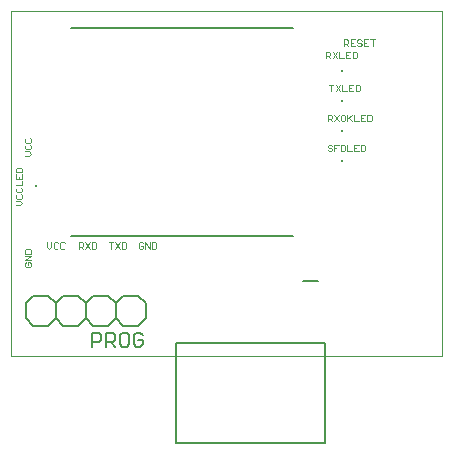
<source format=gto>
G75*
%MOIN*%
%OFA0B0*%
%FSLAX25Y25*%
%IPPOS*%
%LPD*%
%AMOC8*
5,1,8,0,0,1.08239X$1,22.5*
%
%ADD10C,0.00000*%
%ADD11C,0.00200*%
%ADD12C,0.00500*%
%ADD13R,0.00984X0.00984*%
%ADD14C,0.00800*%
%ADD15C,0.00600*%
D10*
X0001500Y0030494D02*
X0001500Y0145455D01*
X0145201Y0145455D01*
X0145201Y0030494D01*
X0001500Y0030494D01*
D11*
X0006565Y0060094D02*
X0008033Y0060094D01*
X0008400Y0060461D01*
X0008400Y0061195D01*
X0008033Y0061562D01*
X0007299Y0061562D01*
X0007299Y0060828D01*
X0006565Y0060094D02*
X0006198Y0060461D01*
X0006198Y0061195D01*
X0006565Y0061562D01*
X0006198Y0062304D02*
X0008400Y0063772D01*
X0006198Y0063772D01*
X0006198Y0064514D02*
X0006198Y0065615D01*
X0006565Y0065982D01*
X0008033Y0065982D01*
X0008400Y0065615D01*
X0008400Y0064514D01*
X0006198Y0064514D01*
X0006198Y0062304D02*
X0008400Y0062304D01*
X0013600Y0066828D02*
X0014334Y0066094D01*
X0015068Y0066828D01*
X0015068Y0068296D01*
X0015810Y0067929D02*
X0015810Y0066461D01*
X0016177Y0066094D01*
X0016911Y0066094D01*
X0017278Y0066461D01*
X0018020Y0066461D02*
X0018020Y0067929D01*
X0018387Y0068296D01*
X0019121Y0068296D01*
X0019488Y0067929D01*
X0019488Y0066461D02*
X0019121Y0066094D01*
X0018387Y0066094D01*
X0018020Y0066461D01*
X0017278Y0067929D02*
X0016911Y0068296D01*
X0016177Y0068296D01*
X0015810Y0067929D01*
X0013600Y0068296D02*
X0013600Y0066828D01*
X0024100Y0066828D02*
X0025201Y0066828D01*
X0025568Y0067195D01*
X0025568Y0067929D01*
X0025201Y0068296D01*
X0024100Y0068296D01*
X0024100Y0066094D01*
X0024834Y0066828D02*
X0025568Y0066094D01*
X0026310Y0066094D02*
X0027778Y0068296D01*
X0028520Y0068296D02*
X0028520Y0066094D01*
X0029621Y0066094D01*
X0029988Y0066461D01*
X0029988Y0067929D01*
X0029621Y0068296D01*
X0028520Y0068296D01*
X0026310Y0068296D02*
X0027778Y0066094D01*
X0034100Y0068296D02*
X0035568Y0068296D01*
X0034834Y0068296D02*
X0034834Y0066094D01*
X0036310Y0066094D02*
X0037778Y0068296D01*
X0038520Y0068296D02*
X0038520Y0066094D01*
X0039621Y0066094D01*
X0039988Y0066461D01*
X0039988Y0067929D01*
X0039621Y0068296D01*
X0038520Y0068296D01*
X0036310Y0068296D02*
X0037778Y0066094D01*
X0044100Y0066461D02*
X0044467Y0066094D01*
X0045201Y0066094D01*
X0045568Y0066461D01*
X0045568Y0067195D01*
X0044834Y0067195D01*
X0044100Y0067929D02*
X0044100Y0066461D01*
X0044100Y0067929D02*
X0044467Y0068296D01*
X0045201Y0068296D01*
X0045568Y0067929D01*
X0046310Y0068296D02*
X0046310Y0066094D01*
X0047778Y0066094D02*
X0046310Y0068296D01*
X0047778Y0068296D02*
X0047778Y0066094D01*
X0048520Y0066094D02*
X0049621Y0066094D01*
X0049988Y0066461D01*
X0049988Y0067929D01*
X0049621Y0068296D01*
X0048520Y0068296D01*
X0048520Y0066094D01*
X0008400Y0097828D02*
X0007666Y0098562D01*
X0006198Y0098562D01*
X0006565Y0099304D02*
X0008033Y0099304D01*
X0008400Y0099671D01*
X0008400Y0100405D01*
X0008033Y0100772D01*
X0008033Y0101514D02*
X0008400Y0101881D01*
X0008400Y0102615D01*
X0008033Y0102982D01*
X0008033Y0101514D02*
X0006565Y0101514D01*
X0006198Y0101881D01*
X0006198Y0102615D01*
X0006565Y0102982D01*
X0006565Y0100772D02*
X0006198Y0100405D01*
X0006198Y0099671D01*
X0006565Y0099304D01*
X0006198Y0097094D02*
X0007666Y0097094D01*
X0008400Y0097828D01*
X0005033Y0093112D02*
X0003565Y0093112D01*
X0003198Y0092745D01*
X0003198Y0091644D01*
X0005400Y0091644D01*
X0005400Y0092745D01*
X0005033Y0093112D01*
X0005400Y0090902D02*
X0005400Y0089434D01*
X0003198Y0089434D01*
X0003198Y0090902D01*
X0004299Y0090168D02*
X0004299Y0089434D01*
X0005400Y0088692D02*
X0005400Y0087224D01*
X0003198Y0087224D01*
X0003565Y0086482D02*
X0003198Y0086115D01*
X0003198Y0085381D01*
X0003565Y0085014D01*
X0005033Y0085014D01*
X0005400Y0085381D01*
X0005400Y0086115D01*
X0005033Y0086482D01*
X0005033Y0084272D02*
X0005400Y0083905D01*
X0005400Y0083171D01*
X0005033Y0082804D01*
X0003565Y0082804D01*
X0003198Y0083171D01*
X0003198Y0083905D01*
X0003565Y0084272D01*
X0003198Y0082062D02*
X0004666Y0082062D01*
X0005400Y0081328D01*
X0004666Y0080594D01*
X0003198Y0080594D01*
X0107100Y0098961D02*
X0107467Y0098594D01*
X0108201Y0098594D01*
X0108568Y0098961D01*
X0108568Y0099328D01*
X0108201Y0099695D01*
X0107467Y0099695D01*
X0107100Y0100062D01*
X0107100Y0100429D01*
X0107467Y0100796D01*
X0108201Y0100796D01*
X0108568Y0100429D01*
X0109310Y0100796D02*
X0109310Y0098594D01*
X0109310Y0099695D02*
X0110044Y0099695D01*
X0109310Y0100796D02*
X0110778Y0100796D01*
X0111520Y0100796D02*
X0112621Y0100796D01*
X0112988Y0100429D01*
X0112988Y0098961D01*
X0112621Y0098594D01*
X0111520Y0098594D01*
X0111520Y0100796D01*
X0113730Y0100796D02*
X0113730Y0098594D01*
X0115198Y0098594D01*
X0115940Y0098594D02*
X0117407Y0098594D01*
X0118149Y0098594D02*
X0119250Y0098594D01*
X0119617Y0098961D01*
X0119617Y0100429D01*
X0119250Y0100796D01*
X0118149Y0100796D01*
X0118149Y0098594D01*
X0116673Y0099695D02*
X0115940Y0099695D01*
X0115940Y0100796D02*
X0115940Y0098594D01*
X0115940Y0100796D02*
X0117407Y0100796D01*
X0117407Y0108594D02*
X0115940Y0108594D01*
X0115940Y0110796D01*
X0115198Y0110796D02*
X0113730Y0109328D01*
X0114097Y0109695D02*
X0115198Y0108594D01*
X0113730Y0108594D02*
X0113730Y0110796D01*
X0112988Y0110429D02*
X0112621Y0110796D01*
X0111887Y0110796D01*
X0111520Y0110429D01*
X0111520Y0108961D01*
X0111887Y0108594D01*
X0112621Y0108594D01*
X0112988Y0108961D01*
X0112988Y0110429D01*
X0110778Y0110796D02*
X0109310Y0108594D01*
X0108568Y0108594D02*
X0107834Y0109328D01*
X0108201Y0109328D02*
X0107100Y0109328D01*
X0107100Y0108594D02*
X0107100Y0110796D01*
X0108201Y0110796D01*
X0108568Y0110429D01*
X0108568Y0109695D01*
X0108201Y0109328D01*
X0109310Y0110796D02*
X0110778Y0108594D01*
X0118149Y0108594D02*
X0119617Y0108594D01*
X0120359Y0108594D02*
X0120359Y0110796D01*
X0121460Y0110796D01*
X0121827Y0110429D01*
X0121827Y0108961D01*
X0121460Y0108594D01*
X0120359Y0108594D01*
X0118883Y0109695D02*
X0118149Y0109695D01*
X0118149Y0110796D02*
X0118149Y0108594D01*
X0118149Y0110796D02*
X0119617Y0110796D01*
X0117540Y0118594D02*
X0116440Y0118594D01*
X0116440Y0120796D01*
X0117540Y0120796D01*
X0117907Y0120429D01*
X0117907Y0118961D01*
X0117540Y0118594D01*
X0115698Y0118594D02*
X0114230Y0118594D01*
X0114230Y0120796D01*
X0115698Y0120796D01*
X0114964Y0119695D02*
X0114230Y0119695D01*
X0113488Y0118594D02*
X0112020Y0118594D01*
X0112020Y0120796D01*
X0111278Y0120796D02*
X0109810Y0118594D01*
X0111278Y0118594D02*
X0109810Y0120796D01*
X0109068Y0120796D02*
X0107600Y0120796D01*
X0108334Y0120796D02*
X0108334Y0118594D01*
X0108068Y0129594D02*
X0107334Y0130328D01*
X0107701Y0130328D02*
X0106600Y0130328D01*
X0106600Y0129594D02*
X0106600Y0131796D01*
X0107701Y0131796D01*
X0108068Y0131429D01*
X0108068Y0130695D01*
X0107701Y0130328D01*
X0108810Y0129594D02*
X0110278Y0131796D01*
X0111020Y0131796D02*
X0111020Y0129594D01*
X0112488Y0129594D01*
X0113230Y0129594D02*
X0114698Y0129594D01*
X0115440Y0129594D02*
X0116540Y0129594D01*
X0116907Y0129961D01*
X0116907Y0131429D01*
X0116540Y0131796D01*
X0115440Y0131796D01*
X0115440Y0129594D01*
X0113964Y0130695D02*
X0113230Y0130695D01*
X0113230Y0131796D02*
X0113230Y0129594D01*
X0113230Y0131796D02*
X0114698Y0131796D01*
X0114760Y0133694D02*
X0116228Y0133694D01*
X0116970Y0134061D02*
X0117337Y0133694D01*
X0118071Y0133694D01*
X0118438Y0134061D01*
X0118438Y0134428D01*
X0118071Y0134795D01*
X0117337Y0134795D01*
X0116970Y0135162D01*
X0116970Y0135529D01*
X0117337Y0135896D01*
X0118071Y0135896D01*
X0118438Y0135529D01*
X0119180Y0135896D02*
X0119180Y0133694D01*
X0120648Y0133694D01*
X0119914Y0134795D02*
X0119180Y0134795D01*
X0119180Y0135896D02*
X0120648Y0135896D01*
X0121390Y0135896D02*
X0122858Y0135896D01*
X0122124Y0135896D02*
X0122124Y0133694D01*
X0116228Y0135896D02*
X0114760Y0135896D01*
X0114760Y0133694D01*
X0114018Y0133694D02*
X0113285Y0134428D01*
X0113652Y0134428D02*
X0112551Y0134428D01*
X0112551Y0133694D02*
X0112551Y0135896D01*
X0113652Y0135896D01*
X0114018Y0135529D01*
X0114018Y0134795D01*
X0113652Y0134428D01*
X0114760Y0134795D02*
X0115494Y0134795D01*
X0108810Y0131796D02*
X0110278Y0129594D01*
D12*
X0095673Y0139668D02*
X0021500Y0139668D01*
X0021500Y0070494D02*
X0095673Y0070494D01*
X0045449Y0037298D02*
X0044698Y0038048D01*
X0043197Y0038048D01*
X0042446Y0037298D01*
X0042446Y0034295D01*
X0043197Y0033544D01*
X0044698Y0033544D01*
X0045449Y0034295D01*
X0045449Y0035796D01*
X0043947Y0035796D01*
X0040845Y0034295D02*
X0040094Y0033544D01*
X0038593Y0033544D01*
X0037842Y0034295D01*
X0037842Y0037298D01*
X0038593Y0038048D01*
X0040094Y0038048D01*
X0040845Y0037298D01*
X0040845Y0034295D01*
X0036241Y0033544D02*
X0034739Y0035046D01*
X0035490Y0035046D02*
X0033238Y0035046D01*
X0033238Y0033544D02*
X0033238Y0038048D01*
X0035490Y0038048D01*
X0036241Y0037298D01*
X0036241Y0035796D01*
X0035490Y0035046D01*
X0031637Y0035796D02*
X0030886Y0035046D01*
X0028634Y0035046D01*
X0028634Y0033544D02*
X0028634Y0038048D01*
X0030886Y0038048D01*
X0031637Y0037298D01*
X0031637Y0035796D01*
D13*
X0010000Y0087002D03*
X0111992Y0095494D03*
X0111992Y0105494D03*
X0111992Y0115494D03*
X0111992Y0125494D03*
D14*
X0104000Y0055494D02*
X0099000Y0055494D01*
X0106303Y0034865D02*
X0056697Y0034865D01*
X0056697Y0001400D01*
X0106303Y0001400D01*
X0106303Y0034865D01*
D15*
X0046500Y0042994D02*
X0044000Y0040494D01*
X0039000Y0040494D01*
X0036500Y0042994D01*
X0034000Y0040494D01*
X0029000Y0040494D01*
X0026500Y0042994D01*
X0026500Y0047994D01*
X0029000Y0050494D01*
X0034000Y0050494D01*
X0036500Y0047994D01*
X0039000Y0050494D01*
X0044000Y0050494D01*
X0046500Y0047994D01*
X0046500Y0042994D01*
X0036500Y0042994D02*
X0036500Y0047994D01*
X0026500Y0047994D02*
X0024000Y0050494D01*
X0019000Y0050494D01*
X0016500Y0047994D01*
X0014000Y0050494D01*
X0009000Y0050494D01*
X0006500Y0047994D01*
X0006500Y0042994D01*
X0009000Y0040494D01*
X0014000Y0040494D01*
X0016500Y0042994D01*
X0016500Y0047994D01*
X0016500Y0042994D02*
X0019000Y0040494D01*
X0024000Y0040494D01*
X0026500Y0042994D01*
M02*

</source>
